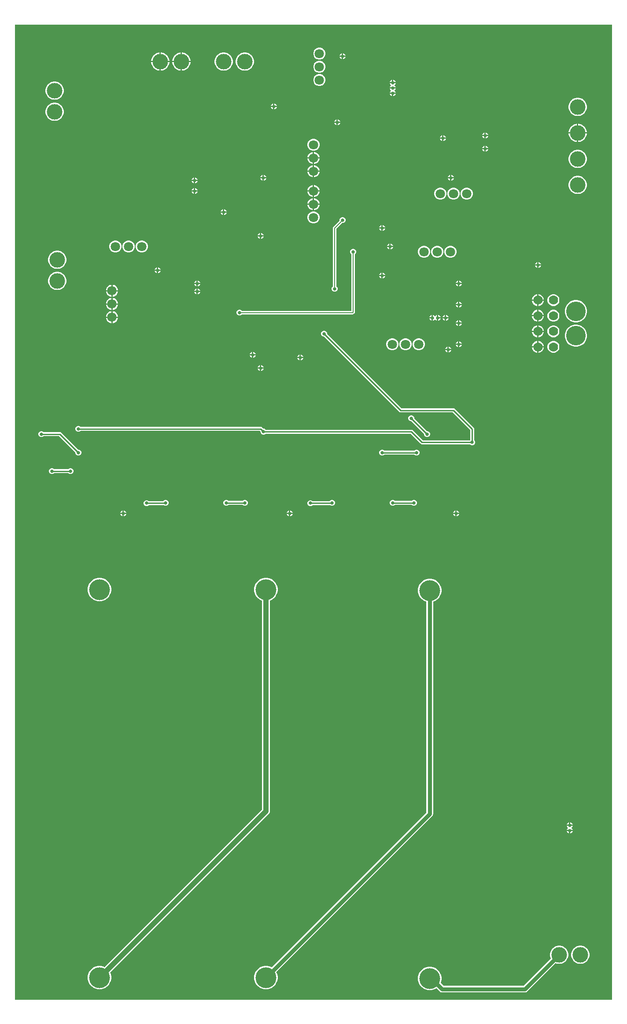
<source format=gbl>
G04*
G04 #@! TF.GenerationSoftware,Altium Limited,Altium Designer,23.3.1 (30)*
G04*
G04 Layer_Physical_Order=2*
G04 Layer_Color=16711680*
%FSLAX25Y25*%
%MOIN*%
G70*
G04*
G04 #@! TF.SameCoordinates,B9ADD834-6C2E-4723-A052-446894AFEB0A*
G04*
G04*
G04 #@! TF.FilePolarity,Positive*
G04*
G01*
G75*
%ADD13C,0.01000*%
%ADD72C,0.00600*%
%ADD73C,0.03000*%
%ADD75C,0.04000*%
%ADD76C,0.07087*%
%ADD77C,0.07000*%
%ADD78C,0.14800*%
%ADD79C,0.11811*%
%ADD80C,0.15748*%
%ADD81C,0.02500*%
G36*
X452000Y0D02*
X0D01*
Y738000D01*
X452000D01*
Y0D01*
D02*
G37*
%LPC*%
G36*
X248500Y716228D02*
Y714500D01*
X250228D01*
X249907Y715274D01*
X249274Y715907D01*
X248500Y716228D01*
D02*
G37*
G36*
X247500D02*
X246726Y715907D01*
X246093Y715274D01*
X245772Y714500D01*
X247500D01*
Y716228D01*
D02*
G37*
G36*
X250228Y713500D02*
X248500D01*
Y711772D01*
X249274Y712092D01*
X249907Y712725D01*
X250228Y713500D01*
D02*
G37*
G36*
X247500D02*
X245772D01*
X246093Y712725D01*
X246726Y712092D01*
X247500Y711772D01*
Y713500D01*
D02*
G37*
G36*
X231082Y720543D02*
X229886D01*
X228731Y720234D01*
X227695Y719635D01*
X226849Y718790D01*
X226251Y717754D01*
X225941Y716598D01*
Y715402D01*
X226251Y714246D01*
X226849Y713210D01*
X227695Y712364D01*
X228731Y711766D01*
X229886Y711457D01*
X231082D01*
X232238Y711766D01*
X233274Y712364D01*
X234120Y713210D01*
X234718Y714246D01*
X235028Y715402D01*
Y716598D01*
X234718Y717754D01*
X234120Y718790D01*
X233274Y719635D01*
X232238Y720234D01*
X231082Y720543D01*
D02*
G37*
G36*
X126680Y716905D02*
X126500D01*
Y710500D01*
X132905D01*
Y710680D01*
X132640Y712014D01*
X132120Y713271D01*
X131364Y714402D01*
X130402Y715364D01*
X129271Y716120D01*
X128014Y716640D01*
X126680Y716905D01*
D02*
G37*
G36*
X125500D02*
X125320D01*
X123986Y716640D01*
X122729Y716120D01*
X121598Y715364D01*
X120636Y714402D01*
X119880Y713271D01*
X119360Y712014D01*
X119095Y710680D01*
Y710500D01*
X125500D01*
Y716905D01*
D02*
G37*
G36*
X110680D02*
X110500D01*
Y710500D01*
X116905D01*
Y710680D01*
X116640Y712014D01*
X116120Y713271D01*
X115364Y714402D01*
X114402Y715364D01*
X113271Y716120D01*
X112014Y716640D01*
X110680Y716905D01*
D02*
G37*
G36*
X109500D02*
X109320D01*
X107986Y716640D01*
X106729Y716120D01*
X105598Y715364D01*
X104636Y714402D01*
X103880Y713271D01*
X103360Y712014D01*
X103094Y710680D01*
Y710500D01*
X109500D01*
Y716905D01*
D02*
G37*
G36*
X174680D02*
X173320D01*
X171986Y716640D01*
X170729Y716120D01*
X169598Y715364D01*
X168636Y714402D01*
X167880Y713271D01*
X167360Y712014D01*
X167095Y710680D01*
Y709320D01*
X167360Y707986D01*
X167880Y706729D01*
X168636Y705598D01*
X169598Y704636D01*
X170729Y703880D01*
X171986Y703360D01*
X173320Y703094D01*
X174680D01*
X176014Y703360D01*
X177271Y703880D01*
X178402Y704636D01*
X179364Y705598D01*
X180120Y706729D01*
X180640Y707986D01*
X180905Y709320D01*
Y710680D01*
X180640Y712014D01*
X180120Y713271D01*
X179364Y714402D01*
X178402Y715364D01*
X177271Y716120D01*
X176014Y716640D01*
X174680Y716905D01*
D02*
G37*
G36*
X158680D02*
X157320D01*
X155986Y716640D01*
X154729Y716120D01*
X153598Y715364D01*
X152636Y714402D01*
X151880Y713271D01*
X151360Y712014D01*
X151094Y710680D01*
Y709320D01*
X151360Y707986D01*
X151880Y706729D01*
X152636Y705598D01*
X153598Y704636D01*
X154729Y703880D01*
X155986Y703360D01*
X157320Y703094D01*
X158680D01*
X160014Y703360D01*
X161271Y703880D01*
X162402Y704636D01*
X163364Y705598D01*
X164120Y706729D01*
X164640Y707986D01*
X164906Y709320D01*
Y710680D01*
X164640Y712014D01*
X164120Y713271D01*
X163364Y714402D01*
X162402Y715364D01*
X161271Y716120D01*
X160014Y716640D01*
X158680Y716905D01*
D02*
G37*
G36*
X132905Y709500D02*
X126500D01*
Y703094D01*
X126680D01*
X128014Y703360D01*
X129271Y703880D01*
X130402Y704636D01*
X131364Y705598D01*
X132120Y706729D01*
X132640Y707986D01*
X132905Y709320D01*
Y709500D01*
D02*
G37*
G36*
X125500D02*
X119095D01*
Y709320D01*
X119360Y707986D01*
X119880Y706729D01*
X120636Y705598D01*
X121598Y704636D01*
X122729Y703880D01*
X123986Y703360D01*
X125320Y703094D01*
X125500D01*
Y709500D01*
D02*
G37*
G36*
X116905D02*
X110500D01*
Y703094D01*
X110680D01*
X112014Y703360D01*
X113271Y703880D01*
X114402Y704636D01*
X115364Y705598D01*
X116120Y706729D01*
X116640Y707986D01*
X116905Y709320D01*
Y709500D01*
D02*
G37*
G36*
X109500D02*
X103094D01*
Y709320D01*
X103360Y707986D01*
X103880Y706729D01*
X104636Y705598D01*
X105598Y704636D01*
X106729Y703880D01*
X107986Y703360D01*
X109320Y703094D01*
X109500D01*
Y709500D01*
D02*
G37*
G36*
X231082Y710543D02*
X229886D01*
X228731Y710234D01*
X227695Y709635D01*
X226849Y708790D01*
X226251Y707754D01*
X225941Y706598D01*
Y705402D01*
X226251Y704246D01*
X226849Y703210D01*
X227695Y702364D01*
X228731Y701766D01*
X229886Y701457D01*
X231082D01*
X232238Y701766D01*
X233274Y702364D01*
X234120Y703210D01*
X234718Y704246D01*
X235028Y705402D01*
Y706598D01*
X234718Y707754D01*
X234120Y708790D01*
X233274Y709635D01*
X232238Y710234D01*
X231082Y710543D01*
D02*
G37*
G36*
X286500Y696228D02*
Y694500D01*
X288228D01*
X287908Y695274D01*
X287275Y695907D01*
X286500Y696228D01*
D02*
G37*
G36*
X285500D02*
X284725Y695907D01*
X284092Y695274D01*
X283772Y694500D01*
X285500D01*
Y696228D01*
D02*
G37*
G36*
X231082Y700543D02*
X229886D01*
X228731Y700234D01*
X227695Y699636D01*
X226849Y698790D01*
X226251Y697754D01*
X225941Y696598D01*
Y695402D01*
X226251Y694246D01*
X226849Y693210D01*
X227695Y692365D01*
X228731Y691766D01*
X229886Y691457D01*
X231082D01*
X232238Y691766D01*
X233274Y692365D01*
X234120Y693210D01*
X234718Y694246D01*
X235028Y695402D01*
Y696598D01*
X234718Y697754D01*
X234120Y698790D01*
X233274Y699636D01*
X232238Y700234D01*
X231082Y700543D01*
D02*
G37*
G36*
X288228Y693500D02*
X283772D01*
X284092Y692726D01*
X284491Y692327D01*
X284674Y692000D01*
X284491Y691673D01*
X284092Y691274D01*
X283772Y690500D01*
X288228D01*
X287908Y691274D01*
X287509Y691673D01*
X287326Y692000D01*
X287509Y692327D01*
X287908Y692726D01*
X288228Y693500D01*
D02*
G37*
G36*
Y689500D02*
X283772D01*
X284092Y688726D01*
X284491Y688327D01*
X284674Y688000D01*
X284491Y687673D01*
X284092Y687275D01*
X283772Y686500D01*
X288228D01*
X287908Y687275D01*
X287509Y687673D01*
X287326Y688000D01*
X287509Y688327D01*
X287908Y688726D01*
X288228Y689500D01*
D02*
G37*
G36*
Y685500D02*
X286500D01*
Y683772D01*
X287275Y684093D01*
X287908Y684726D01*
X288228Y685500D01*
D02*
G37*
G36*
X285500D02*
X283772D01*
X284092Y684726D01*
X284725Y684093D01*
X285500Y683772D01*
Y685500D01*
D02*
G37*
G36*
X30680Y694906D02*
X29320D01*
X27986Y694640D01*
X26729Y694120D01*
X25598Y693364D01*
X24636Y692402D01*
X23880Y691271D01*
X23360Y690014D01*
X23095Y688680D01*
Y687320D01*
X23360Y685986D01*
X23880Y684729D01*
X24636Y683598D01*
X25598Y682636D01*
X26729Y681880D01*
X27986Y681360D01*
X29320Y681095D01*
X30680D01*
X32014Y681360D01*
X33271Y681880D01*
X34402Y682636D01*
X35364Y683598D01*
X36120Y684729D01*
X36640Y685986D01*
X36906Y687320D01*
Y688680D01*
X36640Y690014D01*
X36120Y691271D01*
X35364Y692402D01*
X34402Y693364D01*
X33271Y694120D01*
X32014Y694640D01*
X30680Y694906D01*
D02*
G37*
G36*
X196500Y678228D02*
Y676500D01*
X198228D01*
X197907Y677275D01*
X197274Y677908D01*
X196500Y678228D01*
D02*
G37*
G36*
X195500D02*
X194726Y677908D01*
X194093Y677275D01*
X193772Y676500D01*
X195500D01*
Y678228D01*
D02*
G37*
G36*
X198228Y675500D02*
X196500D01*
Y673772D01*
X197274Y674092D01*
X197907Y674725D01*
X198228Y675500D01*
D02*
G37*
G36*
X195500D02*
X193772D01*
X194093Y674725D01*
X194726Y674092D01*
X195500Y673772D01*
Y675500D01*
D02*
G37*
G36*
X426680Y682590D02*
X425320D01*
X423986Y682325D01*
X422729Y681805D01*
X421598Y681049D01*
X420636Y680087D01*
X419880Y678956D01*
X419360Y677699D01*
X419095Y676365D01*
Y675005D01*
X419360Y673671D01*
X419880Y672414D01*
X420636Y671283D01*
X421598Y670321D01*
X422729Y669565D01*
X423986Y669045D01*
X425320Y668780D01*
X426680D01*
X428014Y669045D01*
X429271Y669565D01*
X430402Y670321D01*
X431364Y671283D01*
X432120Y672414D01*
X432640Y673671D01*
X432905Y675005D01*
Y676365D01*
X432640Y677699D01*
X432120Y678956D01*
X431364Y680087D01*
X430402Y681049D01*
X429271Y681805D01*
X428014Y682325D01*
X426680Y682590D01*
D02*
G37*
G36*
X30680Y678905D02*
X29320D01*
X27986Y678640D01*
X26729Y678120D01*
X25598Y677364D01*
X24636Y676402D01*
X23880Y675271D01*
X23360Y674014D01*
X23095Y672680D01*
Y671320D01*
X23360Y669986D01*
X23880Y668729D01*
X24636Y667598D01*
X25598Y666636D01*
X26729Y665880D01*
X27986Y665360D01*
X29320Y665095D01*
X30680D01*
X32014Y665360D01*
X33271Y665880D01*
X34402Y666636D01*
X35364Y667598D01*
X36120Y668729D01*
X36640Y669986D01*
X36906Y671320D01*
Y672680D01*
X36640Y674014D01*
X36120Y675271D01*
X35364Y676402D01*
X34402Y677364D01*
X33271Y678120D01*
X32014Y678640D01*
X30680Y678905D01*
D02*
G37*
G36*
X244500Y666228D02*
Y664500D01*
X246228D01*
X245907Y665274D01*
X245274Y665907D01*
X244500Y666228D01*
D02*
G37*
G36*
X243500D02*
X242725Y665907D01*
X242092Y665274D01*
X241772Y664500D01*
X243500D01*
Y666228D01*
D02*
G37*
G36*
X246228Y663500D02*
X244500D01*
Y661772D01*
X245274Y662092D01*
X245907Y662725D01*
X246228Y663500D01*
D02*
G37*
G36*
X243500D02*
X241772D01*
X242092Y662725D01*
X242725Y662092D01*
X243500Y661772D01*
Y663500D01*
D02*
G37*
G36*
X426680Y662906D02*
X426500D01*
Y656500D01*
X432905D01*
Y656680D01*
X432640Y658014D01*
X432120Y659271D01*
X431364Y660402D01*
X430402Y661364D01*
X429271Y662120D01*
X428014Y662640D01*
X426680Y662906D01*
D02*
G37*
G36*
X425500D02*
X425320D01*
X423986Y662640D01*
X422729Y662120D01*
X421598Y661364D01*
X420636Y660402D01*
X419880Y659271D01*
X419360Y658014D01*
X419095Y656680D01*
Y656500D01*
X425500D01*
Y662906D01*
D02*
G37*
G36*
X356500Y656228D02*
Y654500D01*
X358228D01*
X357908Y655274D01*
X357275Y655907D01*
X356500Y656228D01*
D02*
G37*
G36*
X355500D02*
X354726Y655907D01*
X354093Y655274D01*
X353772Y654500D01*
X355500D01*
Y656228D01*
D02*
G37*
G36*
X324500Y654228D02*
Y652500D01*
X326228D01*
X325907Y653274D01*
X325274Y653907D01*
X324500Y654228D01*
D02*
G37*
G36*
X323500D02*
X322726Y653907D01*
X322093Y653274D01*
X321772Y652500D01*
X323500D01*
Y654228D01*
D02*
G37*
G36*
X358228Y653500D02*
X356500D01*
Y651772D01*
X357275Y652093D01*
X357908Y652726D01*
X358228Y653500D01*
D02*
G37*
G36*
X355500D02*
X353772D01*
X354093Y652726D01*
X354726Y652093D01*
X355500Y651772D01*
Y653500D01*
D02*
G37*
G36*
X326228Y651500D02*
X324500D01*
Y649772D01*
X325274Y650093D01*
X325907Y650726D01*
X326228Y651500D01*
D02*
G37*
G36*
X323500D02*
X321772D01*
X322093Y650726D01*
X322726Y650093D01*
X323500Y649772D01*
Y651500D01*
D02*
G37*
G36*
X432905Y655500D02*
X426500D01*
Y649094D01*
X426680D01*
X428014Y649360D01*
X429271Y649880D01*
X430402Y650636D01*
X431364Y651598D01*
X432120Y652729D01*
X432640Y653986D01*
X432905Y655320D01*
Y655500D01*
D02*
G37*
G36*
X425500D02*
X419095D01*
Y655320D01*
X419360Y653986D01*
X419880Y652729D01*
X420636Y651598D01*
X421598Y650636D01*
X422729Y649880D01*
X423986Y649360D01*
X425320Y649094D01*
X425500D01*
Y655500D01*
D02*
G37*
G36*
X356500Y646228D02*
Y644500D01*
X358228D01*
X357908Y645274D01*
X357275Y645907D01*
X356500Y646228D01*
D02*
G37*
G36*
X355500D02*
X354726Y645907D01*
X354093Y645274D01*
X353772Y644500D01*
X355500D01*
Y646228D01*
D02*
G37*
G36*
X226598Y651543D02*
X225402D01*
X224246Y651234D01*
X223210Y650635D01*
X222364Y649790D01*
X221766Y648754D01*
X221457Y647598D01*
Y646402D01*
X221766Y645246D01*
X222364Y644210D01*
X223210Y643364D01*
X224246Y642766D01*
X225402Y642457D01*
X226598D01*
X227754Y642766D01*
X228790Y643364D01*
X229636Y644210D01*
X230234Y645246D01*
X230543Y646402D01*
Y647598D01*
X230234Y648754D01*
X229636Y649790D01*
X228790Y650635D01*
X227754Y651234D01*
X226598Y651543D01*
D02*
G37*
G36*
X358228Y643500D02*
X356500D01*
Y641772D01*
X357275Y642093D01*
X357908Y642726D01*
X358228Y643500D01*
D02*
G37*
G36*
X355500D02*
X353772D01*
X354093Y642726D01*
X354726Y642093D01*
X355500Y641772D01*
Y643500D01*
D02*
G37*
G36*
X226598Y641543D02*
X226500D01*
Y637500D01*
X230543D01*
Y637598D01*
X230234Y638754D01*
X229636Y639790D01*
X228790Y640635D01*
X227754Y641234D01*
X226598Y641543D01*
D02*
G37*
G36*
X225500D02*
X225402D01*
X224246Y641234D01*
X223210Y640635D01*
X222364Y639790D01*
X221766Y638754D01*
X221457Y637598D01*
Y637500D01*
X225500D01*
Y641543D01*
D02*
G37*
G36*
X230543Y636500D02*
X226500D01*
Y632457D01*
X226598D01*
X227754Y632766D01*
X228790Y633364D01*
X229636Y634210D01*
X230234Y635246D01*
X230543Y636402D01*
Y636500D01*
D02*
G37*
G36*
X225500D02*
X221457D01*
Y636402D01*
X221766Y635246D01*
X222364Y634210D01*
X223210Y633364D01*
X224246Y632766D01*
X225402Y632457D01*
X225500D01*
Y636500D01*
D02*
G37*
G36*
X426680Y643221D02*
X425320D01*
X423986Y642955D01*
X422729Y642435D01*
X421598Y641679D01*
X420636Y640717D01*
X419880Y639586D01*
X419360Y638329D01*
X419095Y636995D01*
Y635635D01*
X419360Y634301D01*
X419880Y633044D01*
X420636Y631913D01*
X421598Y630951D01*
X422729Y630195D01*
X423986Y629675D01*
X425320Y629410D01*
X426680D01*
X428014Y629675D01*
X429271Y630195D01*
X430402Y630951D01*
X431364Y631913D01*
X432120Y633044D01*
X432640Y634301D01*
X432905Y635635D01*
Y636995D01*
X432640Y638329D01*
X432120Y639586D01*
X431364Y640717D01*
X430402Y641679D01*
X429271Y642435D01*
X428014Y642955D01*
X426680Y643221D01*
D02*
G37*
G36*
X226598Y631543D02*
X226500D01*
Y627500D01*
X230543D01*
Y627598D01*
X230234Y628754D01*
X229636Y629790D01*
X228790Y630635D01*
X227754Y631234D01*
X226598Y631543D01*
D02*
G37*
G36*
X225500D02*
X225402D01*
X224246Y631234D01*
X223210Y630635D01*
X222364Y629790D01*
X221766Y628754D01*
X221457Y627598D01*
Y627500D01*
X225500D01*
Y631543D01*
D02*
G37*
G36*
X330500Y624228D02*
Y622500D01*
X332228D01*
X331908Y623275D01*
X331275Y623908D01*
X330500Y624228D01*
D02*
G37*
G36*
X329500D02*
X328726Y623908D01*
X328093Y623275D01*
X327772Y622500D01*
X329500D01*
Y624228D01*
D02*
G37*
G36*
X188500D02*
Y622500D01*
X190228D01*
X189908Y623275D01*
X189275Y623908D01*
X188500Y624228D01*
D02*
G37*
G36*
X187500D02*
X186725Y623908D01*
X186092Y623275D01*
X185772Y622500D01*
X187500D01*
Y624228D01*
D02*
G37*
G36*
X230543Y626500D02*
X226500D01*
Y622457D01*
X226598D01*
X227754Y622766D01*
X228790Y623364D01*
X229636Y624210D01*
X230234Y625246D01*
X230543Y626402D01*
Y626500D01*
D02*
G37*
G36*
X225500D02*
X221457D01*
Y626402D01*
X221766Y625246D01*
X222364Y624210D01*
X223210Y623364D01*
X224246Y622766D01*
X225402Y622457D01*
X225500D01*
Y626500D01*
D02*
G37*
G36*
X136500Y622228D02*
Y620500D01*
X138228D01*
X137908Y621275D01*
X137275Y621908D01*
X136500Y622228D01*
D02*
G37*
G36*
X135500D02*
X134725Y621908D01*
X134092Y621275D01*
X133772Y620500D01*
X135500D01*
Y622228D01*
D02*
G37*
G36*
X332228Y621500D02*
X330500D01*
Y619772D01*
X331275Y620092D01*
X331908Y620725D01*
X332228Y621500D01*
D02*
G37*
G36*
X329500D02*
X327772D01*
X328093Y620725D01*
X328726Y620092D01*
X329500Y619772D01*
Y621500D01*
D02*
G37*
G36*
X190228D02*
X188500D01*
Y619772D01*
X189275Y620092D01*
X189908Y620725D01*
X190228Y621500D01*
D02*
G37*
G36*
X187500D02*
X185772D01*
X186092Y620725D01*
X186725Y620092D01*
X187500Y619772D01*
Y621500D01*
D02*
G37*
G36*
X138228Y619500D02*
X136500D01*
Y617772D01*
X137275Y618092D01*
X137908Y618725D01*
X138228Y619500D01*
D02*
G37*
G36*
X135500D02*
X133772D01*
X134092Y618725D01*
X134725Y618092D01*
X135500Y617772D01*
Y619500D01*
D02*
G37*
G36*
X226598Y616543D02*
X226500D01*
Y612500D01*
X230543D01*
Y612598D01*
X230234Y613754D01*
X229636Y614790D01*
X228790Y615635D01*
X227754Y616234D01*
X226598Y616543D01*
D02*
G37*
G36*
X136500Y614228D02*
Y612500D01*
X138228D01*
X137908Y613274D01*
X137275Y613907D01*
X136500Y614228D01*
D02*
G37*
G36*
X135500D02*
X134725Y613907D01*
X134092Y613274D01*
X133772Y612500D01*
X135500D01*
Y614228D01*
D02*
G37*
G36*
X225500Y616543D02*
X225402D01*
X224246Y616234D01*
X223210Y615635D01*
X222364Y614790D01*
X221766Y613754D01*
X221457Y612598D01*
Y612500D01*
X225500D01*
Y616543D01*
D02*
G37*
G36*
X138228Y611500D02*
X136500D01*
Y609772D01*
X137275Y610092D01*
X137908Y610725D01*
X138228Y611500D01*
D02*
G37*
G36*
X135500D02*
X133772D01*
X134092Y610725D01*
X134725Y610092D01*
X135500Y609772D01*
Y611500D01*
D02*
G37*
G36*
X426680Y623535D02*
X425320D01*
X423986Y623270D01*
X422729Y622750D01*
X421598Y621994D01*
X420636Y621032D01*
X419880Y619901D01*
X419360Y618644D01*
X419095Y617310D01*
Y615950D01*
X419360Y614616D01*
X419880Y613359D01*
X420636Y612228D01*
X421598Y611266D01*
X422729Y610510D01*
X423986Y609990D01*
X425320Y609724D01*
X426680D01*
X428014Y609990D01*
X429271Y610510D01*
X430402Y611266D01*
X431364Y612228D01*
X432120Y613359D01*
X432640Y614616D01*
X432905Y615950D01*
Y617310D01*
X432640Y618644D01*
X432120Y619901D01*
X431364Y621032D01*
X430402Y621994D01*
X429271Y622750D01*
X428014Y623270D01*
X426680Y623535D01*
D02*
G37*
G36*
X230543Y611500D02*
X226500D01*
Y607457D01*
X226598D01*
X227754Y607766D01*
X228790Y608364D01*
X229636Y609210D01*
X230234Y610246D01*
X230543Y611402D01*
Y611500D01*
D02*
G37*
G36*
X225500D02*
X221457D01*
Y611402D01*
X221766Y610246D01*
X222364Y609210D01*
X223210Y608364D01*
X224246Y607766D01*
X225402Y607457D01*
X225500D01*
Y611500D01*
D02*
G37*
G36*
X342598Y614543D02*
X341402D01*
X340246Y614234D01*
X339210Y613635D01*
X338365Y612790D01*
X337766Y611754D01*
X337457Y610598D01*
Y609402D01*
X337766Y608246D01*
X338365Y607210D01*
X339210Y606364D01*
X340246Y605766D01*
X341402Y605457D01*
X342598D01*
X343754Y605766D01*
X344790Y606364D01*
X345636Y607210D01*
X346234Y608246D01*
X346543Y609402D01*
Y610598D01*
X346234Y611754D01*
X345636Y612790D01*
X344790Y613635D01*
X343754Y614234D01*
X342598Y614543D01*
D02*
G37*
G36*
X332598D02*
X331402D01*
X330246Y614234D01*
X329210Y613635D01*
X328364Y612790D01*
X327766Y611754D01*
X327457Y610598D01*
Y609402D01*
X327766Y608246D01*
X328364Y607210D01*
X329210Y606364D01*
X330246Y605766D01*
X331402Y605457D01*
X332598D01*
X333754Y605766D01*
X334790Y606364D01*
X335635Y607210D01*
X336234Y608246D01*
X336543Y609402D01*
Y610598D01*
X336234Y611754D01*
X335635Y612790D01*
X334790Y613635D01*
X333754Y614234D01*
X332598Y614543D01*
D02*
G37*
G36*
X322598D02*
X321402D01*
X320246Y614234D01*
X319210Y613635D01*
X318365Y612790D01*
X317766Y611754D01*
X317457Y610598D01*
Y609402D01*
X317766Y608246D01*
X318365Y607210D01*
X319210Y606364D01*
X320246Y605766D01*
X321402Y605457D01*
X322598D01*
X323754Y605766D01*
X324790Y606364D01*
X325636Y607210D01*
X326234Y608246D01*
X326543Y609402D01*
Y610598D01*
X326234Y611754D01*
X325636Y612790D01*
X324790Y613635D01*
X323754Y614234D01*
X322598Y614543D01*
D02*
G37*
G36*
X226598Y606543D02*
X226500D01*
Y602500D01*
X230543D01*
Y602598D01*
X230234Y603754D01*
X229636Y604790D01*
X228790Y605635D01*
X227754Y606234D01*
X226598Y606543D01*
D02*
G37*
G36*
X225500D02*
X225402D01*
X224246Y606234D01*
X223210Y605635D01*
X222364Y604790D01*
X221766Y603754D01*
X221457Y602598D01*
Y602500D01*
X225500D01*
Y606543D01*
D02*
G37*
G36*
X230543Y601500D02*
X226500D01*
Y597457D01*
X226598D01*
X227754Y597766D01*
X228790Y598364D01*
X229636Y599210D01*
X230234Y600246D01*
X230543Y601402D01*
Y601500D01*
D02*
G37*
G36*
X225500D02*
X221457D01*
Y601402D01*
X221766Y600246D01*
X222364Y599210D01*
X223210Y598364D01*
X224246Y597766D01*
X225402Y597457D01*
X225500D01*
Y601500D01*
D02*
G37*
G36*
X158500Y598228D02*
Y596500D01*
X160228D01*
X159907Y597274D01*
X159274Y597907D01*
X158500Y598228D01*
D02*
G37*
G36*
X157500D02*
X156726Y597907D01*
X156093Y597274D01*
X155772Y596500D01*
X157500D01*
Y598228D01*
D02*
G37*
G36*
X160228Y595500D02*
X158500D01*
Y593772D01*
X159274Y594093D01*
X159907Y594726D01*
X160228Y595500D01*
D02*
G37*
G36*
X157500D02*
X155772D01*
X156093Y594726D01*
X156726Y594093D01*
X157500Y593772D01*
Y595500D01*
D02*
G37*
G36*
X226598Y596543D02*
X225402D01*
X224246Y596234D01*
X223210Y595636D01*
X222364Y594790D01*
X221766Y593754D01*
X221457Y592598D01*
Y591402D01*
X221766Y590246D01*
X222364Y589210D01*
X223210Y588365D01*
X224246Y587766D01*
X225402Y587457D01*
X226598D01*
X227754Y587766D01*
X228790Y588365D01*
X229636Y589210D01*
X230234Y590246D01*
X230543Y591402D01*
Y592598D01*
X230234Y593754D01*
X229636Y594790D01*
X228790Y595636D01*
X227754Y596234D01*
X226598Y596543D01*
D02*
G37*
G36*
X278500Y586228D02*
Y584500D01*
X280228D01*
X279907Y585275D01*
X279275Y585908D01*
X278500Y586228D01*
D02*
G37*
G36*
X277500D02*
X276726Y585908D01*
X276093Y585275D01*
X275772Y584500D01*
X277500D01*
Y586228D01*
D02*
G37*
G36*
X280228Y583500D02*
X278500D01*
Y581772D01*
X279275Y582093D01*
X279907Y582725D01*
X280228Y583500D01*
D02*
G37*
G36*
X277500D02*
X275772D01*
X276093Y582725D01*
X276726Y582093D01*
X277500Y581772D01*
Y583500D01*
D02*
G37*
G36*
X186500Y580228D02*
Y578500D01*
X188228D01*
X187908Y579275D01*
X187275Y579908D01*
X186500Y580228D01*
D02*
G37*
G36*
X185500D02*
X184725Y579908D01*
X184092Y579275D01*
X183772Y578500D01*
X185500D01*
Y580228D01*
D02*
G37*
G36*
X188228Y577500D02*
X186500D01*
Y575772D01*
X187275Y576092D01*
X187908Y576725D01*
X188228Y577500D01*
D02*
G37*
G36*
X185500D02*
X183772D01*
X184092Y576725D01*
X184725Y576092D01*
X185500Y575772D01*
Y577500D01*
D02*
G37*
G36*
X284500Y572228D02*
Y570500D01*
X286228D01*
X285908Y571275D01*
X285275Y571908D01*
X284500Y572228D01*
D02*
G37*
G36*
X283500D02*
X282726Y571908D01*
X282092Y571275D01*
X281772Y570500D01*
X283500D01*
Y572228D01*
D02*
G37*
G36*
X286228Y569500D02*
X284500D01*
Y567772D01*
X285275Y568092D01*
X285908Y568725D01*
X286228Y569500D01*
D02*
G37*
G36*
X283500D02*
X281772D01*
X282092Y568725D01*
X282726Y568092D01*
X283500Y567772D01*
Y569500D01*
D02*
G37*
G36*
X96598Y574543D02*
X95402D01*
X94246Y574234D01*
X93210Y573635D01*
X92365Y572790D01*
X91766Y571754D01*
X91457Y570598D01*
Y569402D01*
X91766Y568246D01*
X92365Y567210D01*
X93210Y566364D01*
X94246Y565766D01*
X95402Y565457D01*
X96598D01*
X97754Y565766D01*
X98790Y566364D01*
X99635Y567210D01*
X100234Y568246D01*
X100543Y569402D01*
Y570598D01*
X100234Y571754D01*
X99635Y572790D01*
X98790Y573635D01*
X97754Y574234D01*
X96598Y574543D01*
D02*
G37*
G36*
X86598D02*
X85402D01*
X84246Y574234D01*
X83210Y573635D01*
X82364Y572790D01*
X81766Y571754D01*
X81457Y570598D01*
Y569402D01*
X81766Y568246D01*
X82364Y567210D01*
X83210Y566364D01*
X84246Y565766D01*
X85402Y565457D01*
X86598D01*
X87754Y565766D01*
X88790Y566364D01*
X89635Y567210D01*
X90234Y568246D01*
X90543Y569402D01*
Y570598D01*
X90234Y571754D01*
X89635Y572790D01*
X88790Y573635D01*
X87754Y574234D01*
X86598Y574543D01*
D02*
G37*
G36*
X76598D02*
X75402D01*
X74246Y574234D01*
X73210Y573635D01*
X72364Y572790D01*
X71766Y571754D01*
X71457Y570598D01*
Y569402D01*
X71766Y568246D01*
X72364Y567210D01*
X73210Y566364D01*
X74246Y565766D01*
X75402Y565457D01*
X76598D01*
X77754Y565766D01*
X78790Y566364D01*
X79636Y567210D01*
X80234Y568246D01*
X80543Y569402D01*
Y570598D01*
X80234Y571754D01*
X79636Y572790D01*
X78790Y573635D01*
X77754Y574234D01*
X76598Y574543D01*
D02*
G37*
G36*
X330338Y570543D02*
X329142D01*
X327987Y570234D01*
X326951Y569635D01*
X326105Y568790D01*
X325506Y567754D01*
X325197Y566598D01*
Y565402D01*
X325506Y564246D01*
X326105Y563210D01*
X326951Y562364D01*
X327987Y561766D01*
X329142Y561457D01*
X330338D01*
X331494Y561766D01*
X332530Y562364D01*
X333376Y563210D01*
X333974Y564246D01*
X334283Y565402D01*
Y566598D01*
X333974Y567754D01*
X333376Y568790D01*
X332530Y569635D01*
X331494Y570234D01*
X330338Y570543D01*
D02*
G37*
G36*
X320338D02*
X319142D01*
X317986Y570234D01*
X316950Y569635D01*
X316105Y568790D01*
X315507Y567754D01*
X315197Y566598D01*
Y565402D01*
X315507Y564246D01*
X316105Y563210D01*
X316950Y562364D01*
X317986Y561766D01*
X319142Y561457D01*
X320338D01*
X321494Y561766D01*
X322530Y562364D01*
X323376Y563210D01*
X323974Y564246D01*
X324283Y565402D01*
Y566598D01*
X323974Y567754D01*
X323376Y568790D01*
X322530Y569635D01*
X321494Y570234D01*
X320338Y570543D01*
D02*
G37*
G36*
X310338D02*
X309142D01*
X307986Y570234D01*
X306950Y569635D01*
X306105Y568790D01*
X305506Y567754D01*
X305197Y566598D01*
Y565402D01*
X305506Y564246D01*
X306105Y563210D01*
X306950Y562364D01*
X307986Y561766D01*
X309142Y561457D01*
X310338D01*
X311494Y561766D01*
X312530Y562364D01*
X313376Y563210D01*
X313974Y564246D01*
X314283Y565402D01*
Y566598D01*
X313974Y567754D01*
X313376Y568790D01*
X312530Y569635D01*
X311494Y570234D01*
X310338Y570543D01*
D02*
G37*
G36*
X396500Y558228D02*
Y556500D01*
X398228D01*
X397907Y557274D01*
X397274Y557907D01*
X396500Y558228D01*
D02*
G37*
G36*
X395500D02*
X394725Y557907D01*
X394092Y557274D01*
X393772Y556500D01*
X395500D01*
Y558228D01*
D02*
G37*
G36*
X398228Y555500D02*
X396500D01*
Y553772D01*
X397274Y554093D01*
X397907Y554726D01*
X398228Y555500D01*
D02*
G37*
G36*
X395500D02*
X393772D01*
X394092Y554726D01*
X394725Y554093D01*
X395500Y553772D01*
Y555500D01*
D02*
G37*
G36*
X32680Y566905D02*
X31320D01*
X29986Y566640D01*
X28729Y566120D01*
X27598Y565364D01*
X26636Y564402D01*
X25880Y563271D01*
X25360Y562014D01*
X25095Y560680D01*
Y559320D01*
X25360Y557986D01*
X25880Y556729D01*
X26636Y555598D01*
X27598Y554636D01*
X28729Y553880D01*
X29986Y553360D01*
X31320Y553094D01*
X32680D01*
X34014Y553360D01*
X35271Y553880D01*
X36402Y554636D01*
X37364Y555598D01*
X38120Y556729D01*
X38640Y557986D01*
X38906Y559320D01*
Y560680D01*
X38640Y562014D01*
X38120Y563271D01*
X37364Y564402D01*
X36402Y565364D01*
X35271Y566120D01*
X34014Y566640D01*
X32680Y566905D01*
D02*
G37*
G36*
X108500Y554228D02*
Y552500D01*
X110228D01*
X109907Y553274D01*
X109274Y553907D01*
X108500Y554228D01*
D02*
G37*
G36*
X107500D02*
X106726Y553907D01*
X106093Y553274D01*
X105772Y552500D01*
X107500D01*
Y554228D01*
D02*
G37*
G36*
X110228Y551500D02*
X108500D01*
Y549772D01*
X109274Y550093D01*
X109907Y550726D01*
X110228Y551500D01*
D02*
G37*
G36*
X107500D02*
X105772D01*
X106093Y550726D01*
X106726Y550093D01*
X107500Y549772D01*
Y551500D01*
D02*
G37*
G36*
X278500Y550228D02*
Y548500D01*
X280228D01*
X279907Y549274D01*
X279275Y549907D01*
X278500Y550228D01*
D02*
G37*
G36*
X277500D02*
X276726Y549907D01*
X276093Y549274D01*
X275772Y548500D01*
X277500D01*
Y550228D01*
D02*
G37*
G36*
X280228Y547500D02*
X278500D01*
Y545772D01*
X279275Y546093D01*
X279907Y546726D01*
X280228Y547500D01*
D02*
G37*
G36*
X277500D02*
X275772D01*
X276093Y546726D01*
X276726Y546093D01*
X277500Y545772D01*
Y547500D01*
D02*
G37*
G36*
X336500Y544228D02*
Y542500D01*
X338228D01*
X337908Y543274D01*
X337275Y543907D01*
X336500Y544228D01*
D02*
G37*
G36*
X335500D02*
X334725Y543907D01*
X334092Y543274D01*
X333772Y542500D01*
X335500D01*
Y544228D01*
D02*
G37*
G36*
X138500D02*
Y542500D01*
X140228D01*
X139908Y543274D01*
X139275Y543907D01*
X138500Y544228D01*
D02*
G37*
G36*
X137500D02*
X136725Y543907D01*
X136092Y543274D01*
X135772Y542500D01*
X137500D01*
Y544228D01*
D02*
G37*
G36*
X338228Y541500D02*
X336500D01*
Y539772D01*
X337275Y540093D01*
X337908Y540726D01*
X338228Y541500D01*
D02*
G37*
G36*
X335500D02*
X333772D01*
X334092Y540726D01*
X334725Y540093D01*
X335500Y539772D01*
Y541500D01*
D02*
G37*
G36*
X140228D02*
X138500D01*
Y539772D01*
X139275Y540093D01*
X139908Y540726D01*
X140228Y541500D01*
D02*
G37*
G36*
X137500D02*
X135772D01*
X136092Y540726D01*
X136725Y540093D01*
X137500Y539772D01*
Y541500D01*
D02*
G37*
G36*
X32680Y550906D02*
X31320D01*
X29986Y550640D01*
X28729Y550120D01*
X27598Y549364D01*
X26636Y548402D01*
X25880Y547271D01*
X25360Y546014D01*
X25095Y544680D01*
Y543320D01*
X25360Y541986D01*
X25880Y540729D01*
X26636Y539598D01*
X27598Y538636D01*
X28729Y537880D01*
X29986Y537360D01*
X31320Y537094D01*
X32680D01*
X34014Y537360D01*
X35271Y537880D01*
X36402Y538636D01*
X37364Y539598D01*
X38120Y540729D01*
X38640Y541986D01*
X38906Y543320D01*
Y544680D01*
X38640Y546014D01*
X38120Y547271D01*
X37364Y548402D01*
X36402Y549364D01*
X35271Y550120D01*
X34014Y550640D01*
X32680Y550906D01*
D02*
G37*
G36*
X74098Y541043D02*
X74000D01*
Y537000D01*
X78043D01*
Y537098D01*
X77734Y538254D01*
X77135Y539290D01*
X76290Y540135D01*
X75254Y540734D01*
X74098Y541043D01*
D02*
G37*
G36*
X73000D02*
X72902D01*
X71746Y540734D01*
X70710Y540135D01*
X69864Y539290D01*
X69266Y538254D01*
X68957Y537098D01*
Y537000D01*
X73000D01*
Y541043D01*
D02*
G37*
G36*
X138500Y538228D02*
Y536500D01*
X140228D01*
X139908Y537275D01*
X139275Y537908D01*
X138500Y538228D01*
D02*
G37*
G36*
X137500D02*
X136725Y537908D01*
X136092Y537275D01*
X135772Y536500D01*
X137500D01*
Y538228D01*
D02*
G37*
G36*
X248448Y592250D02*
X247552D01*
X246726Y591908D01*
X246093Y591274D01*
X245750Y590448D01*
Y589625D01*
X241063Y584937D01*
X240775Y584507D01*
X240674Y584000D01*
Y539856D01*
X240092Y539275D01*
X239750Y538448D01*
Y537552D01*
X240092Y536726D01*
X240725Y536093D01*
X241552Y535750D01*
X242448D01*
X243274Y536093D01*
X243907Y536726D01*
X244250Y537552D01*
Y538448D01*
X243907Y539275D01*
X243325Y539856D01*
Y583451D01*
X247624Y587750D01*
X248448D01*
X249274Y588093D01*
X249907Y588726D01*
X250250Y589552D01*
Y590448D01*
X249907Y591274D01*
X249274Y591908D01*
X248448Y592250D01*
D02*
G37*
G36*
X140228Y535500D02*
X138500D01*
Y533772D01*
X139275Y534093D01*
X139908Y534726D01*
X140228Y535500D01*
D02*
G37*
G36*
X137500D02*
X135772D01*
X136092Y534726D01*
X136725Y534093D01*
X137500Y533772D01*
Y535500D01*
D02*
G37*
G36*
X78043Y536000D02*
X74000D01*
Y531957D01*
X74098D01*
X75254Y532266D01*
X76290Y532865D01*
X77135Y533710D01*
X77734Y534746D01*
X78043Y535902D01*
Y536000D01*
D02*
G37*
G36*
X73000D02*
X68957D01*
Y535902D01*
X69266Y534746D01*
X69864Y533710D01*
X70710Y532865D01*
X71746Y532266D01*
X72902Y531957D01*
X73000D01*
Y536000D01*
D02*
G37*
G36*
X396470Y533900D02*
X396377D01*
Y529900D01*
X400377D01*
Y529992D01*
X400070Y531137D01*
X399478Y532163D01*
X398640Y533001D01*
X397614Y533593D01*
X396470Y533900D01*
D02*
G37*
G36*
X395377D02*
X395285D01*
X394140Y533593D01*
X393114Y533001D01*
X392276Y532163D01*
X391684Y531137D01*
X391377Y529992D01*
Y529900D01*
X395377D01*
Y533900D01*
D02*
G37*
G36*
X74098Y531043D02*
X74000D01*
Y527000D01*
X78043D01*
Y527098D01*
X77734Y528254D01*
X77135Y529290D01*
X76290Y530135D01*
X75254Y530734D01*
X74098Y531043D01*
D02*
G37*
G36*
X73000D02*
X72902D01*
X71746Y530734D01*
X70710Y530135D01*
X69864Y529290D01*
X69266Y528254D01*
X68957Y527098D01*
Y527000D01*
X73000D01*
Y531043D01*
D02*
G37*
G36*
X336500Y528228D02*
Y526500D01*
X338228D01*
X337908Y527275D01*
X337275Y527908D01*
X336500Y528228D01*
D02*
G37*
G36*
X335500D02*
X334725Y527908D01*
X334092Y527275D01*
X333772Y526500D01*
X335500D01*
Y528228D01*
D02*
G37*
G36*
X408270Y533900D02*
X407085D01*
X405940Y533593D01*
X404914Y533001D01*
X404076Y532163D01*
X403484Y531137D01*
X403177Y529992D01*
Y528808D01*
X403484Y527663D01*
X404076Y526637D01*
X404914Y525799D01*
X405940Y525207D01*
X407085Y524900D01*
X408270D01*
X409414Y525207D01*
X410440Y525799D01*
X411278Y526637D01*
X411870Y527663D01*
X412177Y528808D01*
Y529992D01*
X411870Y531137D01*
X411278Y532163D01*
X410440Y533001D01*
X409414Y533593D01*
X408270Y533900D01*
D02*
G37*
G36*
X400377Y528900D02*
X396377D01*
Y524900D01*
X396470D01*
X397614Y525207D01*
X398640Y525799D01*
X399478Y526637D01*
X400070Y527663D01*
X400377Y528808D01*
Y528900D01*
D02*
G37*
G36*
X395377D02*
X391377D01*
Y528808D01*
X391684Y527663D01*
X392276Y526637D01*
X393114Y525799D01*
X394140Y525207D01*
X395285Y524900D01*
X395377D01*
Y528900D01*
D02*
G37*
G36*
X338228Y525500D02*
X336500D01*
Y523772D01*
X337275Y524092D01*
X337908Y524725D01*
X338228Y525500D01*
D02*
G37*
G36*
X335500D02*
X333772D01*
X334092Y524725D01*
X334725Y524092D01*
X335500Y523772D01*
Y525500D01*
D02*
G37*
G36*
X78043Y526000D02*
X74000D01*
Y521957D01*
X74098D01*
X75254Y522266D01*
X76290Y522864D01*
X77135Y523710D01*
X77734Y524746D01*
X78043Y525902D01*
Y526000D01*
D02*
G37*
G36*
X73000D02*
X68957D01*
Y525902D01*
X69266Y524746D01*
X69864Y523710D01*
X70710Y522864D01*
X71746Y522266D01*
X72902Y521957D01*
X73000D01*
Y526000D01*
D02*
G37*
G36*
X256448Y568250D02*
X255552D01*
X254726Y567907D01*
X254093Y567275D01*
X253750Y566447D01*
Y565553D01*
X254093Y564725D01*
X254675Y564144D01*
Y521325D01*
X171856D01*
X171274Y521908D01*
X170448Y522250D01*
X169552D01*
X168726Y521908D01*
X168093Y521275D01*
X167750Y520447D01*
Y519553D01*
X168093Y518725D01*
X168726Y518092D01*
X169552Y517750D01*
X170448D01*
X171274Y518092D01*
X171856Y518675D01*
X255648D01*
X256156Y518775D01*
X256586Y519063D01*
X256937Y519414D01*
X257225Y519844D01*
X257326Y520352D01*
Y564144D01*
X257908Y564725D01*
X258250Y565553D01*
Y566447D01*
X257908Y567275D01*
X257275Y567907D01*
X256448Y568250D01*
D02*
G37*
G36*
X396470Y522100D02*
X396377D01*
Y518100D01*
X400377D01*
Y518192D01*
X400070Y519337D01*
X399478Y520363D01*
X398640Y521201D01*
X397614Y521793D01*
X396470Y522100D01*
D02*
G37*
G36*
X395377D02*
X395285D01*
X394140Y521793D01*
X393114Y521201D01*
X392276Y520363D01*
X391684Y519337D01*
X391377Y518192D01*
Y518100D01*
X395377D01*
Y522100D01*
D02*
G37*
G36*
X319500Y518228D02*
X318725Y517907D01*
X318327Y517509D01*
X318000Y517326D01*
X317673Y517509D01*
X317274Y517907D01*
X316500Y518228D01*
Y516000D01*
Y513772D01*
X317274Y514092D01*
X317673Y514491D01*
X318000Y514674D01*
X318327Y514491D01*
X318725Y514092D01*
X319500Y513772D01*
Y516000D01*
Y518228D01*
D02*
G37*
G36*
X74098Y521043D02*
X74000D01*
Y517000D01*
X78043D01*
Y517098D01*
X77734Y518254D01*
X77135Y519290D01*
X76290Y520135D01*
X75254Y520734D01*
X74098Y521043D01*
D02*
G37*
G36*
X73000D02*
X72902D01*
X71746Y520734D01*
X70710Y520135D01*
X69864Y519290D01*
X69266Y518254D01*
X68957Y517098D01*
Y517000D01*
X73000D01*
Y521043D01*
D02*
G37*
G36*
X326500Y518228D02*
Y516500D01*
X328228D01*
X327907Y517275D01*
X327274Y517907D01*
X326500Y518228D01*
D02*
G37*
G36*
X325500D02*
X324726Y517907D01*
X324093Y517275D01*
X323772Y516500D01*
X325500D01*
Y518228D01*
D02*
G37*
G36*
X320500D02*
Y516500D01*
X322228D01*
X321907Y517275D01*
X321274Y517907D01*
X320500Y518228D01*
D02*
G37*
G36*
X315500D02*
X314725Y517907D01*
X314092Y517275D01*
X313772Y516500D01*
X315500D01*
Y518228D01*
D02*
G37*
G36*
X328228Y515500D02*
X326500D01*
Y513772D01*
X327274Y514092D01*
X327907Y514725D01*
X328228Y515500D01*
D02*
G37*
G36*
X325500D02*
X323772D01*
X324093Y514725D01*
X324726Y514092D01*
X325500Y513772D01*
Y515500D01*
D02*
G37*
G36*
X322228D02*
X320500D01*
Y513772D01*
X321274Y514092D01*
X321907Y514725D01*
X322228Y515500D01*
D02*
G37*
G36*
X315500D02*
X313772D01*
X314092Y514725D01*
X314725Y514092D01*
X315500Y513772D01*
Y515500D01*
D02*
G37*
G36*
X408270Y522100D02*
X407085D01*
X405940Y521793D01*
X404914Y521201D01*
X404076Y520363D01*
X403484Y519337D01*
X403177Y518192D01*
Y517008D01*
X403484Y515863D01*
X404076Y514837D01*
X404914Y513999D01*
X405940Y513407D01*
X407085Y513100D01*
X408270D01*
X409414Y513407D01*
X410440Y513999D01*
X411278Y514837D01*
X411870Y515863D01*
X412177Y517008D01*
Y518192D01*
X411870Y519337D01*
X411278Y520363D01*
X410440Y521201D01*
X409414Y521793D01*
X408270Y522100D01*
D02*
G37*
G36*
X400377Y517100D02*
X396377D01*
Y513100D01*
X396470D01*
X397614Y513407D01*
X398640Y513999D01*
X399478Y514837D01*
X400070Y515863D01*
X400377Y517008D01*
Y517100D01*
D02*
G37*
G36*
X395377D02*
X391377D01*
Y517008D01*
X391684Y515863D01*
X392276Y514837D01*
X393114Y513999D01*
X394140Y513407D01*
X395285Y513100D01*
X395377D01*
Y517100D01*
D02*
G37*
G36*
X425504Y529400D02*
X423850D01*
X422227Y529077D01*
X420698Y528444D01*
X419322Y527525D01*
X418153Y526355D01*
X417233Y524979D01*
X416600Y523450D01*
X416277Y521827D01*
Y520173D01*
X416600Y518550D01*
X417233Y517021D01*
X418153Y515645D01*
X419322Y514475D01*
X420698Y513556D01*
X422227Y512923D01*
X423850Y512600D01*
X425504D01*
X427127Y512923D01*
X428656Y513556D01*
X430032Y514475D01*
X431202Y515645D01*
X432121Y517021D01*
X432754Y518550D01*
X433077Y520173D01*
Y521827D01*
X432754Y523450D01*
X432121Y524979D01*
X431202Y526355D01*
X430032Y527525D01*
X428656Y528444D01*
X427127Y529077D01*
X425504Y529400D01*
D02*
G37*
G36*
X336500Y514228D02*
Y512500D01*
X338228D01*
X337908Y513274D01*
X337275Y513907D01*
X336500Y514228D01*
D02*
G37*
G36*
X335500D02*
X334725Y513907D01*
X334092Y513274D01*
X333772Y512500D01*
X335500D01*
Y514228D01*
D02*
G37*
G36*
X78043Y516000D02*
X74000D01*
Y511957D01*
X74098D01*
X75254Y512266D01*
X76290Y512864D01*
X77135Y513710D01*
X77734Y514746D01*
X78043Y515902D01*
Y516000D01*
D02*
G37*
G36*
X73000D02*
X68957D01*
Y515902D01*
X69266Y514746D01*
X69864Y513710D01*
X70710Y512864D01*
X71746Y512266D01*
X72902Y511957D01*
X73000D01*
Y516000D01*
D02*
G37*
G36*
X338228Y511500D02*
X336500D01*
Y509772D01*
X337275Y510092D01*
X337908Y510725D01*
X338228Y511500D01*
D02*
G37*
G36*
X335500D02*
X333772D01*
X334092Y510725D01*
X334725Y510092D01*
X335500Y509772D01*
Y511500D01*
D02*
G37*
G36*
X396470Y510300D02*
X396377D01*
Y506300D01*
X400377D01*
Y506392D01*
X400070Y507537D01*
X399478Y508563D01*
X398640Y509401D01*
X397614Y509993D01*
X396470Y510300D01*
D02*
G37*
G36*
X395377D02*
X395285D01*
X394140Y509993D01*
X393114Y509401D01*
X392276Y508563D01*
X391684Y507537D01*
X391377Y506392D01*
Y506300D01*
X395377D01*
Y510300D01*
D02*
G37*
G36*
X408270D02*
X407085D01*
X405940Y509993D01*
X404914Y509401D01*
X404076Y508563D01*
X403484Y507537D01*
X403177Y506392D01*
Y505208D01*
X403484Y504063D01*
X404076Y503037D01*
X404914Y502199D01*
X405940Y501607D01*
X407085Y501300D01*
X408270D01*
X409414Y501607D01*
X410440Y502199D01*
X411278Y503037D01*
X411870Y504063D01*
X412177Y505208D01*
Y506392D01*
X411870Y507537D01*
X411278Y508563D01*
X410440Y509401D01*
X409414Y509993D01*
X408270Y510300D01*
D02*
G37*
G36*
X400377Y505300D02*
X396377D01*
Y501300D01*
X396470D01*
X397614Y501607D01*
X398640Y502199D01*
X399478Y503037D01*
X400070Y504063D01*
X400377Y505208D01*
Y505300D01*
D02*
G37*
G36*
X395377D02*
X391377D01*
Y505208D01*
X391684Y504063D01*
X392276Y503037D01*
X393114Y502199D01*
X394140Y501607D01*
X395285Y501300D01*
X395377D01*
Y505300D01*
D02*
G37*
G36*
X336500Y498228D02*
Y496500D01*
X338228D01*
X337908Y497274D01*
X337275Y497907D01*
X336500Y498228D01*
D02*
G37*
G36*
X335500D02*
X334725Y497907D01*
X334092Y497274D01*
X333772Y496500D01*
X335500D01*
Y498228D01*
D02*
G37*
G36*
X396470Y498500D02*
X396377D01*
Y494500D01*
X400377D01*
Y494592D01*
X400070Y495737D01*
X399478Y496763D01*
X398640Y497601D01*
X397614Y498193D01*
X396470Y498500D01*
D02*
G37*
G36*
X395377D02*
X395285D01*
X394140Y498193D01*
X393114Y497601D01*
X392276Y496763D01*
X391684Y495737D01*
X391377Y494592D01*
Y494500D01*
X395377D01*
Y498500D01*
D02*
G37*
G36*
X425504Y510900D02*
X423850D01*
X422227Y510577D01*
X420698Y509944D01*
X419322Y509025D01*
X418153Y507855D01*
X417233Y506479D01*
X416600Y504950D01*
X416277Y503327D01*
Y501673D01*
X416600Y500050D01*
X417233Y498521D01*
X418153Y497145D01*
X419322Y495975D01*
X420698Y495056D01*
X422227Y494423D01*
X423850Y494100D01*
X425504D01*
X427127Y494423D01*
X428656Y495056D01*
X430032Y495975D01*
X431202Y497145D01*
X432121Y498521D01*
X432754Y500050D01*
X433077Y501673D01*
Y503327D01*
X432754Y504950D01*
X432121Y506479D01*
X431202Y507855D01*
X430032Y509025D01*
X428656Y509944D01*
X427127Y510577D01*
X425504Y510900D01*
D02*
G37*
G36*
X338228Y495500D02*
X336500D01*
Y493772D01*
X337275Y494093D01*
X337908Y494726D01*
X338228Y495500D01*
D02*
G37*
G36*
X335500D02*
X333772D01*
X334092Y494726D01*
X334725Y494093D01*
X335500Y493772D01*
Y495500D01*
D02*
G37*
G36*
X328500Y494228D02*
Y492500D01*
X330228D01*
X329907Y493274D01*
X329275Y493907D01*
X328500Y494228D01*
D02*
G37*
G36*
X327500D02*
X326726Y493907D01*
X326093Y493274D01*
X325772Y492500D01*
X327500D01*
Y494228D01*
D02*
G37*
G36*
X306338Y500543D02*
X305142D01*
X303987Y500234D01*
X302951Y499636D01*
X302105Y498790D01*
X301506Y497754D01*
X301197Y496598D01*
Y495402D01*
X301506Y494246D01*
X302105Y493210D01*
X302951Y492365D01*
X303987Y491766D01*
X305142Y491457D01*
X306338D01*
X307494Y491766D01*
X308530Y492365D01*
X309376Y493210D01*
X309974Y494246D01*
X310283Y495402D01*
Y496598D01*
X309974Y497754D01*
X309376Y498790D01*
X308530Y499636D01*
X307494Y500234D01*
X306338Y500543D01*
D02*
G37*
G36*
X296338D02*
X295142D01*
X293987Y500234D01*
X292951Y499636D01*
X292105Y498790D01*
X291507Y497754D01*
X291197Y496598D01*
Y495402D01*
X291507Y494246D01*
X292105Y493210D01*
X292951Y492365D01*
X293987Y491766D01*
X295142Y491457D01*
X296338D01*
X297494Y491766D01*
X298530Y492365D01*
X299376Y493210D01*
X299974Y494246D01*
X300283Y495402D01*
Y496598D01*
X299974Y497754D01*
X299376Y498790D01*
X298530Y499636D01*
X297494Y500234D01*
X296338Y500543D01*
D02*
G37*
G36*
X286338D02*
X285142D01*
X283986Y500234D01*
X282950Y499636D01*
X282105Y498790D01*
X281506Y497754D01*
X281197Y496598D01*
Y495402D01*
X281506Y494246D01*
X282105Y493210D01*
X282950Y492365D01*
X283986Y491766D01*
X285142Y491457D01*
X286338D01*
X287494Y491766D01*
X288530Y492365D01*
X289376Y493210D01*
X289974Y494246D01*
X290283Y495402D01*
Y496598D01*
X289974Y497754D01*
X289376Y498790D01*
X288530Y499636D01*
X287494Y500234D01*
X286338Y500543D01*
D02*
G37*
G36*
X330228Y491500D02*
X328500D01*
Y489772D01*
X329275Y490093D01*
X329907Y490726D01*
X330228Y491500D01*
D02*
G37*
G36*
X327500D02*
X325772D01*
X326093Y490726D01*
X326726Y490093D01*
X327500Y489772D01*
Y491500D01*
D02*
G37*
G36*
X408270Y498500D02*
X407085D01*
X405940Y498193D01*
X404914Y497601D01*
X404076Y496763D01*
X403484Y495737D01*
X403177Y494592D01*
Y493408D01*
X403484Y492263D01*
X404076Y491237D01*
X404914Y490399D01*
X405940Y489807D01*
X407085Y489500D01*
X408270D01*
X409414Y489807D01*
X410440Y490399D01*
X411278Y491237D01*
X411870Y492263D01*
X412177Y493408D01*
Y494592D01*
X411870Y495737D01*
X411278Y496763D01*
X410440Y497601D01*
X409414Y498193D01*
X408270Y498500D01*
D02*
G37*
G36*
X400377Y493500D02*
X396377D01*
Y489500D01*
X396470D01*
X397614Y489807D01*
X398640Y490399D01*
X399478Y491237D01*
X400070Y492263D01*
X400377Y493408D01*
Y493500D01*
D02*
G37*
G36*
X395377D02*
X391377D01*
Y493408D01*
X391684Y492263D01*
X392276Y491237D01*
X393114Y490399D01*
X394140Y489807D01*
X395285Y489500D01*
X395377D01*
Y493500D01*
D02*
G37*
G36*
X180500Y490228D02*
Y488500D01*
X182228D01*
X181907Y489275D01*
X181274Y489908D01*
X180500Y490228D01*
D02*
G37*
G36*
X179500D02*
X178726Y489908D01*
X178093Y489275D01*
X177772Y488500D01*
X179500D01*
Y490228D01*
D02*
G37*
G36*
X216500Y488228D02*
Y486500D01*
X218228D01*
X217908Y487275D01*
X217274Y487908D01*
X216500Y488228D01*
D02*
G37*
G36*
X215500D02*
X214725Y487908D01*
X214092Y487275D01*
X213772Y486500D01*
X215500D01*
Y488228D01*
D02*
G37*
G36*
X182228Y487500D02*
X180500D01*
Y485772D01*
X181274Y486093D01*
X181907Y486726D01*
X182228Y487500D01*
D02*
G37*
G36*
X179500D02*
X177772D01*
X178093Y486726D01*
X178726Y486093D01*
X179500Y485772D01*
Y487500D01*
D02*
G37*
G36*
X218228Y485500D02*
X216500D01*
Y483772D01*
X217274Y484093D01*
X217908Y484726D01*
X218228Y485500D01*
D02*
G37*
G36*
X215500D02*
X213772D01*
X214092Y484726D01*
X214725Y484093D01*
X215500Y483772D01*
Y485500D01*
D02*
G37*
G36*
X186500Y480228D02*
Y478500D01*
X188228D01*
X187908Y479275D01*
X187275Y479908D01*
X186500Y480228D01*
D02*
G37*
G36*
X185500D02*
X184725Y479908D01*
X184092Y479275D01*
X183772Y478500D01*
X185500D01*
Y480228D01*
D02*
G37*
G36*
X188228Y477500D02*
X186500D01*
Y475772D01*
X187275Y476092D01*
X187908Y476725D01*
X188228Y477500D01*
D02*
G37*
G36*
X185500D02*
X183772D01*
X184092Y476725D01*
X184725Y476092D01*
X185500Y475772D01*
Y477500D01*
D02*
G37*
G36*
X300448Y442250D02*
X299552D01*
X298726Y441908D01*
X298093Y441274D01*
X297750Y440448D01*
Y439552D01*
X298093Y438726D01*
X298726Y438093D01*
X299552Y437750D01*
X300087D01*
X309750Y428087D01*
Y427553D01*
X310092Y426725D01*
X310725Y426092D01*
X311552Y425750D01*
X312448D01*
X313275Y426092D01*
X313908Y426725D01*
X314250Y427553D01*
Y428447D01*
X313908Y429275D01*
X313275Y429908D01*
X312448Y430250D01*
X311913D01*
X302250Y439913D01*
Y440448D01*
X301907Y441274D01*
X301274Y441908D01*
X300448Y442250D01*
D02*
G37*
G36*
X234448Y506250D02*
X233552D01*
X232726Y505907D01*
X232092Y505274D01*
X231750Y504448D01*
Y503552D01*
X232092Y502726D01*
X232726Y502093D01*
X233552Y501750D01*
X234087D01*
X290919Y444919D01*
X291415Y444587D01*
X292000Y444471D01*
X331366D01*
X344659Y431178D01*
Y423464D01*
X344536Y423341D01*
X308822D01*
X301270Y430893D01*
X300774Y431224D01*
X300188Y431341D01*
X189841D01*
X189463Y431719D01*
X188636Y432062D01*
X188101D01*
X187081Y433081D01*
X186585Y433413D01*
X186000Y433529D01*
X49653D01*
X49275Y433908D01*
X48448Y434250D01*
X47552D01*
X46725Y433908D01*
X46093Y433275D01*
X45750Y432447D01*
Y431553D01*
X46093Y430725D01*
X46725Y430092D01*
X47552Y429750D01*
X48448D01*
X49275Y430092D01*
X49653Y430471D01*
X185366D01*
X185938Y429899D01*
Y429364D01*
X186281Y428537D01*
X186914Y427904D01*
X187741Y427562D01*
X188636D01*
X189463Y427904D01*
X189841Y428282D01*
X299555D01*
X307107Y420730D01*
X307603Y420399D01*
X308188Y420282D01*
X344536D01*
X344914Y419904D01*
X345741Y419562D01*
X346636D01*
X347463Y419904D01*
X348096Y420537D01*
X348438Y421364D01*
Y422259D01*
X348096Y423086D01*
X347718Y423464D01*
Y431812D01*
X347601Y432397D01*
X347270Y432893D01*
X333081Y447081D01*
X332585Y447413D01*
X332000Y447529D01*
X292634D01*
X236250Y503913D01*
Y504448D01*
X235908Y505274D01*
X235275Y505907D01*
X234448Y506250D01*
D02*
G37*
G36*
X304448Y416250D02*
X303552D01*
X302726Y415907D01*
X302347Y415529D01*
X279653D01*
X279275Y415907D01*
X278448Y416250D01*
X277552D01*
X276726Y415907D01*
X276093Y415274D01*
X275750Y414447D01*
Y413553D01*
X276093Y412725D01*
X276726Y412092D01*
X277552Y411750D01*
X278448D01*
X279275Y412092D01*
X279653Y412471D01*
X302347D01*
X302726Y412092D01*
X303552Y411750D01*
X304448D01*
X305275Y412092D01*
X305908Y412725D01*
X306250Y413553D01*
Y414447D01*
X305908Y415274D01*
X305275Y415907D01*
X304448Y416250D01*
D02*
G37*
G36*
X20448Y430250D02*
X19552D01*
X18725Y429908D01*
X18092Y429275D01*
X17750Y428447D01*
Y427553D01*
X18092Y426725D01*
X18725Y426092D01*
X19552Y425750D01*
X20448D01*
X21274Y426092D01*
X21653Y426471D01*
X33367D01*
X45750Y414087D01*
Y413553D01*
X46093Y412725D01*
X46725Y412092D01*
X47552Y411750D01*
X48448D01*
X49275Y412092D01*
X49907Y412725D01*
X50250Y413553D01*
Y414447D01*
X49907Y415274D01*
X49275Y415907D01*
X48448Y416250D01*
X47913D01*
X35081Y429081D01*
X34585Y429413D01*
X34000Y429529D01*
X21653D01*
X21274Y429908D01*
X20448Y430250D01*
D02*
G37*
G36*
X42448Y402250D02*
X41552D01*
X40725Y401907D01*
X40347Y401529D01*
X29653D01*
X29274Y401907D01*
X28448Y402250D01*
X27552D01*
X26726Y401907D01*
X26092Y401274D01*
X25750Y400448D01*
Y399552D01*
X26092Y398726D01*
X26726Y398093D01*
X27552Y397750D01*
X28448D01*
X29274Y398093D01*
X29653Y398471D01*
X40347D01*
X40725Y398093D01*
X41552Y397750D01*
X42448D01*
X43275Y398093D01*
X43907Y398726D01*
X44250Y399552D01*
Y400448D01*
X43907Y401274D01*
X43275Y401907D01*
X42448Y402250D01*
D02*
G37*
G36*
X302448Y378250D02*
X301552D01*
X300726Y377907D01*
X300347Y377529D01*
X287653D01*
X287275Y377907D01*
X286448Y378250D01*
X285552D01*
X284725Y377907D01*
X284092Y377274D01*
X283750Y376448D01*
Y375552D01*
X284092Y374726D01*
X284725Y374093D01*
X285552Y373750D01*
X286448D01*
X287275Y374093D01*
X287653Y374471D01*
X300347D01*
X300726Y374093D01*
X301552Y373750D01*
X302448D01*
X303274Y374093D01*
X303907Y374726D01*
X304250Y375552D01*
Y376448D01*
X303907Y377274D01*
X303274Y377907D01*
X302448Y378250D01*
D02*
G37*
G36*
X174448D02*
X173552D01*
X172725Y377907D01*
X172347Y377529D01*
X161653D01*
X161275Y377907D01*
X160448Y378250D01*
X159552D01*
X158726Y377907D01*
X158092Y377274D01*
X157750Y376448D01*
Y375552D01*
X158092Y374726D01*
X158726Y374093D01*
X159552Y373750D01*
X160448D01*
X161275Y374093D01*
X161653Y374471D01*
X172347D01*
X172725Y374093D01*
X173552Y373750D01*
X174448D01*
X175275Y374093D01*
X175908Y374726D01*
X176250Y375552D01*
Y376448D01*
X175908Y377274D01*
X175275Y377907D01*
X174448Y378250D01*
D02*
G37*
G36*
X240448D02*
X239552D01*
X238725Y377907D01*
X238092Y377274D01*
X238090Y377270D01*
X225393D01*
X225015Y377648D01*
X224188Y377990D01*
X223293D01*
X222466Y377648D01*
X221833Y377015D01*
X221490Y376188D01*
Y375293D01*
X221833Y374466D01*
X222466Y373833D01*
X223293Y373490D01*
X224188D01*
X225015Y373833D01*
X225393Y374211D01*
X238607D01*
X238725Y374093D01*
X239552Y373750D01*
X240448D01*
X241274Y374093D01*
X241908Y374726D01*
X242250Y375552D01*
Y376448D01*
X241908Y377274D01*
X241274Y377907D01*
X240448Y378250D01*
D02*
G37*
G36*
X114448D02*
X113552D01*
X112725Y377907D01*
X112092Y377274D01*
X112091Y377270D01*
X101393D01*
X101015Y377648D01*
X100188Y377990D01*
X99293D01*
X98466Y377648D01*
X97833Y377015D01*
X97490Y376188D01*
Y375293D01*
X97833Y374466D01*
X98466Y373833D01*
X99293Y373490D01*
X100188D01*
X101015Y373833D01*
X101393Y374211D01*
X112607D01*
X112725Y374093D01*
X113552Y373750D01*
X114448D01*
X115275Y374093D01*
X115908Y374726D01*
X116250Y375552D01*
Y376448D01*
X115908Y377274D01*
X115275Y377907D01*
X114448Y378250D01*
D02*
G37*
G36*
X334500Y370228D02*
Y368500D01*
X336228D01*
X335908Y369274D01*
X335275Y369907D01*
X334500Y370228D01*
D02*
G37*
G36*
X333500D02*
X332726Y369907D01*
X332092Y369274D01*
X331772Y368500D01*
X333500D01*
Y370228D01*
D02*
G37*
G36*
X208500D02*
Y368500D01*
X210228D01*
X209908Y369274D01*
X209275Y369907D01*
X208500Y370228D01*
D02*
G37*
G36*
X207500D02*
X206726Y369907D01*
X206093Y369274D01*
X205772Y368500D01*
X207500D01*
Y370228D01*
D02*
G37*
G36*
X82500D02*
Y368500D01*
X84228D01*
X83908Y369274D01*
X83275Y369907D01*
X82500Y370228D01*
D02*
G37*
G36*
X81500D02*
X80726Y369907D01*
X80093Y369274D01*
X79772Y368500D01*
X81500D01*
Y370228D01*
D02*
G37*
G36*
X336228Y367500D02*
X334500D01*
Y365772D01*
X335275Y366092D01*
X335908Y366725D01*
X336228Y367500D01*
D02*
G37*
G36*
X333500D02*
X331772D01*
X332092Y366725D01*
X332726Y366092D01*
X333500Y365772D01*
Y367500D01*
D02*
G37*
G36*
X210228D02*
X208500D01*
Y365772D01*
X209275Y366092D01*
X209908Y366725D01*
X210228Y367500D01*
D02*
G37*
G36*
X207500D02*
X205772D01*
X206093Y366725D01*
X206726Y366092D01*
X207500Y365772D01*
Y367500D01*
D02*
G37*
G36*
X84228D02*
X82500D01*
Y365772D01*
X83275Y366092D01*
X83908Y366725D01*
X84228Y367500D01*
D02*
G37*
G36*
X81500D02*
X79772D01*
X80093Y366725D01*
X80726Y366092D01*
X81500Y365772D01*
Y367500D01*
D02*
G37*
G36*
X64874Y319224D02*
X63126D01*
X61411Y318883D01*
X59797Y318214D01*
X58343Y317243D01*
X57107Y316007D01*
X56136Y314554D01*
X55467Y312939D01*
X55126Y311224D01*
Y309476D01*
X55467Y307762D01*
X56136Y306147D01*
X57107Y304694D01*
X58343Y303457D01*
X59797Y302486D01*
X61411Y301817D01*
X63126Y301476D01*
X64874D01*
X66588Y301817D01*
X68203Y302486D01*
X69657Y303457D01*
X70893Y304694D01*
X71864Y306147D01*
X72533Y307762D01*
X72874Y309476D01*
Y311224D01*
X72533Y312939D01*
X71864Y314554D01*
X70893Y316007D01*
X69657Y317243D01*
X68203Y318214D01*
X66588Y318883D01*
X64874Y319224D01*
D02*
G37*
G36*
X420500Y134228D02*
Y132500D01*
X422228D01*
X421908Y133274D01*
X421275Y133907D01*
X420500Y134228D01*
D02*
G37*
G36*
X419500D02*
X418725Y133907D01*
X418092Y133274D01*
X417772Y132500D01*
X419500D01*
Y134228D01*
D02*
G37*
G36*
X422228Y131500D02*
X417772D01*
X418092Y130726D01*
X418491Y130327D01*
X418674Y130000D01*
X418491Y129673D01*
X418092Y129274D01*
X417772Y128500D01*
X422228D01*
X421908Y129274D01*
X421509Y129673D01*
X421326Y130000D01*
X421509Y130327D01*
X421908Y130726D01*
X422228Y131500D01*
D02*
G37*
G36*
Y127500D02*
X420500D01*
Y125772D01*
X421275Y126093D01*
X421908Y126725D01*
X422228Y127500D01*
D02*
G37*
G36*
X419500D02*
X417772D01*
X418092Y126725D01*
X418725Y126093D01*
X419500Y125772D01*
Y127500D01*
D02*
G37*
G36*
X428680Y40905D02*
X427320D01*
X425986Y40640D01*
X424729Y40120D01*
X423598Y39364D01*
X422636Y38402D01*
X421880Y37271D01*
X421360Y36014D01*
X421095Y34680D01*
Y33320D01*
X421360Y31986D01*
X421880Y30729D01*
X422636Y29598D01*
X423598Y28636D01*
X424729Y27880D01*
X425986Y27360D01*
X427320Y27095D01*
X428680D01*
X430014Y27360D01*
X431271Y27880D01*
X432402Y28636D01*
X433364Y29598D01*
X434120Y30729D01*
X434640Y31986D01*
X434905Y33320D01*
Y34680D01*
X434640Y36014D01*
X434120Y37271D01*
X433364Y38402D01*
X432402Y39364D01*
X431271Y40120D01*
X430014Y40640D01*
X428680Y40905D01*
D02*
G37*
G36*
X412680D02*
X411320D01*
X409986Y40640D01*
X408729Y40120D01*
X407598Y39364D01*
X406636Y38402D01*
X405880Y37271D01*
X405360Y36014D01*
X405094Y34680D01*
Y33320D01*
X405360Y31986D01*
X405659Y31264D01*
X384944Y10549D01*
X324555D01*
X322287Y12817D01*
X322533Y13411D01*
X322874Y15126D01*
Y16874D01*
X322533Y18588D01*
X321864Y20203D01*
X320893Y21657D01*
X319657Y22893D01*
X318203Y23864D01*
X316588Y24533D01*
X314874Y24874D01*
X313126D01*
X311411Y24533D01*
X309797Y23864D01*
X308343Y22893D01*
X307107Y21657D01*
X306136Y20203D01*
X305467Y18588D01*
X305126Y16874D01*
Y15126D01*
X305467Y13411D01*
X306136Y11797D01*
X307107Y10343D01*
X308343Y9107D01*
X309797Y8136D01*
X311411Y7467D01*
X313126Y7126D01*
X314874D01*
X316588Y7467D01*
X318203Y8136D01*
X319136Y8759D01*
X321697Y6198D01*
X322524Y5645D01*
X323499Y5451D01*
X386000D01*
X386976Y5645D01*
X387802Y6198D01*
X409264Y27659D01*
X409986Y27360D01*
X411320Y27095D01*
X412680D01*
X414014Y27360D01*
X415271Y27880D01*
X416402Y28636D01*
X417364Y29598D01*
X418120Y30729D01*
X418640Y31986D01*
X418905Y33320D01*
Y34680D01*
X418640Y36014D01*
X418120Y37271D01*
X417364Y38402D01*
X416402Y39364D01*
X415271Y40120D01*
X414014Y40640D01*
X412680Y40905D01*
D02*
G37*
G36*
X190874Y319224D02*
X189126D01*
X187412Y318883D01*
X185797Y318214D01*
X184343Y317243D01*
X183107Y316007D01*
X182136Y314554D01*
X181467Y312939D01*
X181126Y311224D01*
Y309476D01*
X181467Y307762D01*
X182136Y306147D01*
X183107Y304694D01*
X184343Y303457D01*
X185797Y302486D01*
X186974Y301999D01*
Y143903D01*
X67766Y24695D01*
X66588Y25183D01*
X64874Y25524D01*
X63126D01*
X61411Y25183D01*
X59797Y24514D01*
X58343Y23542D01*
X57107Y22307D01*
X56136Y20853D01*
X55467Y19238D01*
X55126Y17524D01*
Y15776D01*
X55467Y14061D01*
X56136Y12446D01*
X57107Y10993D01*
X58343Y9757D01*
X59797Y8786D01*
X61411Y8117D01*
X63126Y7776D01*
X64874D01*
X66588Y8117D01*
X68203Y8786D01*
X69657Y9757D01*
X70893Y10993D01*
X71864Y12446D01*
X72533Y14061D01*
X72874Y15776D01*
Y17524D01*
X72533Y19238D01*
X72045Y20416D01*
X192140Y140510D01*
X192621Y141137D01*
X192923Y141867D01*
X193026Y142650D01*
Y301999D01*
X194203Y302486D01*
X195657Y303457D01*
X196893Y304694D01*
X197864Y306147D01*
X198533Y307762D01*
X198874Y309476D01*
Y311224D01*
X198533Y312939D01*
X197864Y314554D01*
X196893Y316007D01*
X195657Y317243D01*
X194203Y318214D01*
X192588Y318883D01*
X190874Y319224D01*
D02*
G37*
G36*
X314874Y318575D02*
X313126D01*
X311411Y318234D01*
X309797Y317565D01*
X308343Y316594D01*
X307107Y315358D01*
X306136Y313904D01*
X305467Y312289D01*
X305126Y310575D01*
Y308827D01*
X305467Y307112D01*
X306136Y305497D01*
X307107Y304044D01*
X308343Y302808D01*
X309797Y301837D01*
X311411Y301168D01*
X311451Y301160D01*
Y141705D01*
X194237Y24491D01*
X194203Y24514D01*
X192588Y25183D01*
X190874Y25524D01*
X189126D01*
X187412Y25183D01*
X185797Y24514D01*
X184343Y23542D01*
X183107Y22307D01*
X182136Y20853D01*
X181467Y19238D01*
X181126Y17524D01*
Y15776D01*
X181467Y14061D01*
X182136Y12446D01*
X183107Y10993D01*
X184343Y9757D01*
X185797Y8786D01*
X187412Y8117D01*
X189126Y7776D01*
X190874D01*
X192588Y8117D01*
X194203Y8786D01*
X195657Y9757D01*
X196893Y10993D01*
X197864Y12446D01*
X198533Y14061D01*
X198874Y15776D01*
Y17524D01*
X198533Y19238D01*
X197864Y20853D01*
X197842Y20887D01*
X315802Y138847D01*
X316355Y139674D01*
X316549Y140650D01*
Y301160D01*
X316588Y301168D01*
X318203Y301837D01*
X319657Y302808D01*
X320893Y304044D01*
X321864Y305497D01*
X322533Y307112D01*
X322874Y308827D01*
Y310575D01*
X322533Y312289D01*
X321864Y313904D01*
X320893Y315358D01*
X319657Y316594D01*
X318203Y317565D01*
X316588Y318234D01*
X314874Y318575D01*
D02*
G37*
%LPD*%
D13*
X278000Y414000D02*
X304000D01*
X34000Y428000D02*
X48000Y414000D01*
X20000Y428000D02*
X34000D01*
X234000Y504000D02*
X292000Y446000D01*
X332000D01*
X346188Y431812D01*
Y421812D02*
Y431812D01*
X300188Y429812D02*
X308188Y421812D01*
X346188D01*
X188188Y429812D02*
X300188D01*
X48000Y432000D02*
X186000D01*
X188188Y429812D01*
X300000Y440000D02*
X312000Y428000D01*
X286000Y376000D02*
X302000D01*
X223740Y375740D02*
X239740D01*
X160000Y376000D02*
X174000D01*
X99740Y375740D02*
X113740D01*
X28000Y400000D02*
X42000D01*
D72*
X242000Y538000D02*
Y584000D01*
X248000Y590000D01*
X256000Y520352D02*
Y566000D01*
X255648Y520000D02*
X256000Y520352D01*
X170000Y520000D02*
X255648D01*
D73*
X323499Y8000D02*
X386000D01*
X314000Y16000D02*
X315499D01*
X323499Y8000D01*
X386000D02*
X412000Y34000D01*
X190000Y16650D02*
X314000Y140650D01*
Y309701D01*
D75*
X64000Y16650D02*
X190000Y142650D01*
Y310350D01*
D76*
X73500Y536500D02*
D03*
Y526500D02*
D03*
Y516500D02*
D03*
X226000Y647000D02*
D03*
Y637000D02*
D03*
Y627000D02*
D03*
Y612000D02*
D03*
Y602000D02*
D03*
Y592000D02*
D03*
X285740Y496000D02*
D03*
X295740D02*
D03*
X305740D02*
D03*
X309740Y566000D02*
D03*
X319740D02*
D03*
X329740D02*
D03*
X96000Y570000D02*
D03*
X86000D02*
D03*
X76000D02*
D03*
X322000Y610000D02*
D03*
X332000D02*
D03*
X342000D02*
D03*
X230484Y716000D02*
D03*
Y706000D02*
D03*
Y696000D02*
D03*
D77*
X395877Y494000D02*
D03*
Y505800D02*
D03*
X407677D02*
D03*
Y494000D02*
D03*
Y517600D02*
D03*
Y529400D02*
D03*
X395877D02*
D03*
Y517600D02*
D03*
D78*
X424677Y502500D02*
D03*
Y521000D02*
D03*
D79*
X30000Y688000D02*
D03*
Y672000D02*
D03*
X32000Y560000D02*
D03*
Y544000D02*
D03*
X110000Y710000D02*
D03*
X126000D02*
D03*
X174000D02*
D03*
X158000D02*
D03*
X428000Y34000D02*
D03*
X412000D02*
D03*
X426000Y616630D02*
D03*
Y675685D02*
D03*
Y656000D02*
D03*
Y636315D02*
D03*
D80*
X314000Y16000D02*
D03*
Y309701D02*
D03*
X190000Y16650D02*
D03*
Y310350D02*
D03*
X64000D02*
D03*
Y16650D02*
D03*
D81*
X278000Y414000D02*
D03*
X304000D02*
D03*
X48000D02*
D03*
X20000Y428000D02*
D03*
X242000Y538000D02*
D03*
X248000Y590000D02*
D03*
X234000Y504000D02*
D03*
X138000Y536000D02*
D03*
Y542000D02*
D03*
X108000Y552000D02*
D03*
X316000Y516000D02*
D03*
X278000Y584000D02*
D03*
X284000Y570000D02*
D03*
X278000Y548000D02*
D03*
X336000Y542000D02*
D03*
Y526000D02*
D03*
X320000Y516000D02*
D03*
X326000D02*
D03*
X396000Y556000D02*
D03*
X336000Y512000D02*
D03*
Y496000D02*
D03*
X256000Y566000D02*
D03*
X328000Y492000D02*
D03*
X170000Y520000D02*
D03*
X286000Y694000D02*
D03*
Y690000D02*
D03*
X136000Y612000D02*
D03*
Y620000D02*
D03*
X196000Y676000D02*
D03*
X244000Y664000D02*
D03*
X248000Y714000D02*
D03*
X286000Y686000D02*
D03*
X356000Y644000D02*
D03*
Y654000D02*
D03*
X324000Y652000D02*
D03*
X330000Y622000D02*
D03*
X188000D02*
D03*
X158000Y596000D02*
D03*
X186000Y578000D02*
D03*
X216000Y486000D02*
D03*
X180000Y488000D02*
D03*
X186000Y478000D02*
D03*
X48000Y432000D02*
D03*
X188188Y429812D02*
D03*
X346188Y421812D02*
D03*
X312000Y428000D02*
D03*
X300000Y440000D02*
D03*
X302000Y376000D02*
D03*
X286000D02*
D03*
X240000D02*
D03*
X223740Y375740D02*
D03*
X174000Y376000D02*
D03*
X160000D02*
D03*
X114000D02*
D03*
X99740Y375740D02*
D03*
X28000Y400000D02*
D03*
X42000D02*
D03*
X334000Y368000D02*
D03*
X208000D02*
D03*
X82000D02*
D03*
X420000Y132000D02*
D03*
Y128000D02*
D03*
M02*

</source>
